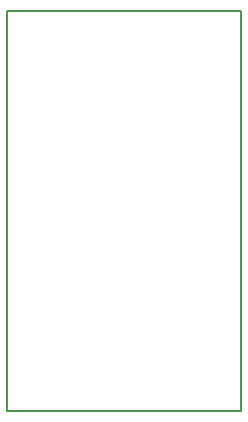
<source format=gko>
G04 MADE WITH FRITZING*
G04 WWW.FRITZING.ORG*
G04 DOUBLE SIDED*
G04 HOLES PLATED*
G04 CONTOUR ON CENTER OF CONTOUR VECTOR*
%ASAXBY*%
%FSLAX23Y23*%
%MOIN*%
%OFA0B0*%
%SFA1.0B1.0*%
%ADD10R,0.787402X1.338580*%
%ADD11C,0.008000*%
%ADD10C,0.008*%
%LNCONTOUR*%
G90*
G70*
G54D10*
G54D11*
X4Y1335D02*
X783Y1335D01*
X783Y4D01*
X4Y4D01*
X4Y1335D01*
D02*
G04 End of contour*
M02*
</source>
